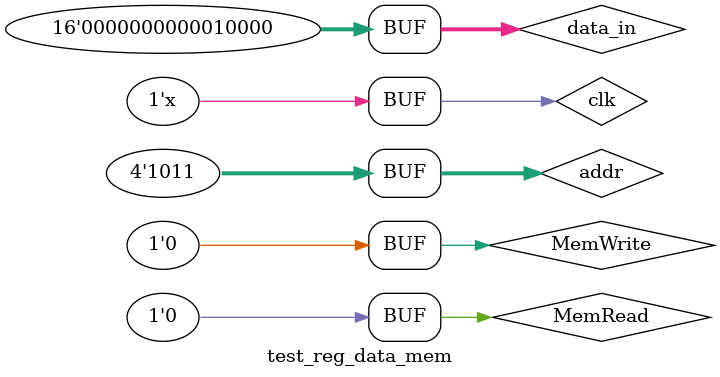
<source format=v>
`timescale 1ns / 1ps


module test_reg_data_mem;

	// Inputs
	reg [3:0] addr;
	reg [15:0] data_in;
	reg MemWrite;
	reg MemRead;
	reg clk;

	// Outputs
	wire [15:0] data_out;

	// Instantiate the Unit Under Test (UUT)
	reg_data_mem uut (
		.data_out(data_out), 
		.addr(addr), 
		.data_in(data_in), 
		.MemWrite(MemWrite), 
		.MemRead(MemRead), 
		.clk(clk)
	);
	
	always
		#1 clk=~clk;

	initial begin
		// Initialize Inputs
		addr = 0;
		data_in = 1;
		MemWrite = 0;
		MemRead = 0;
		clk = 0;

		// Wait 100 ns for global reset to finish
		#100;
        
		// Add stimulus here
		
//populate all registers
		MemWrite=1;
		#2 addr=1; data_in=2;
		#2 addr=2; data_in=3;
		#2 addr=3; data_in=4;
		#2 addr=4; data_in=5;
		#2 addr=5; data_in=6;
		#2 addr=6; data_in=7;
		#2 addr=7; data_in=8;
		#2 addr=8; data_in=9;
		#2 addr=9; data_in=10;
		#2 addr=10; data_in=11;
		#2 addr=11; data_in=12;
		#2 addr=12; data_in=13;
		#2 addr=13; data_in=14;
		#2 addr=14; data_in=15;
		#2 addr=15; data_in=16; 
		#2 MemWrite=0;
	
//test data output with MemRead=1;
		#2 MemRead=1; addr=5;
		#2 addr=3;
		#2 addr=11;
		#2 MemRead=0;
		
	end
      
endmodule


</source>
